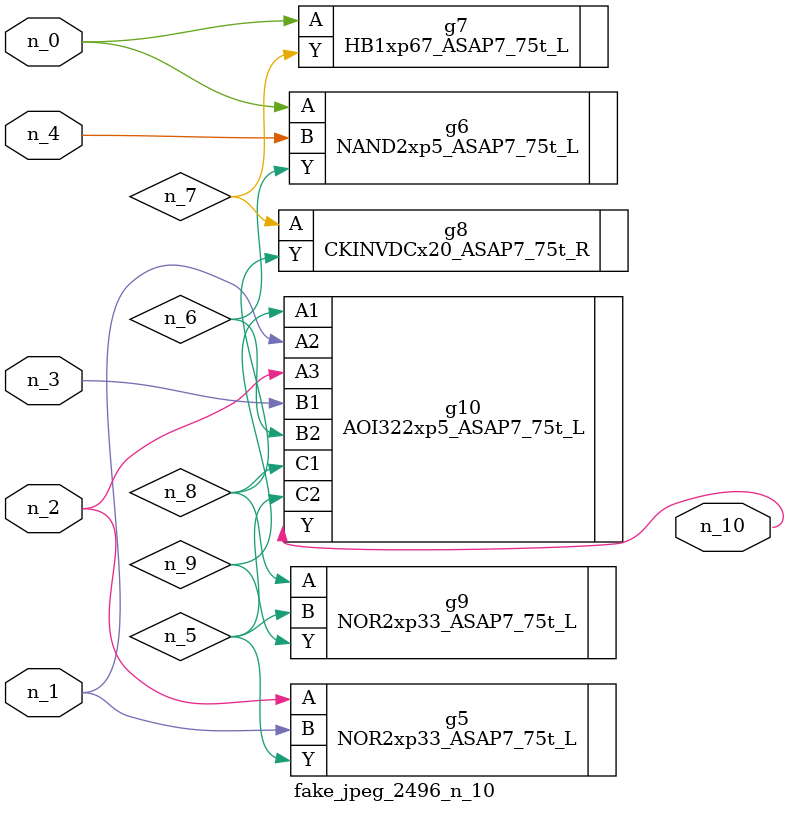
<source format=v>
module fake_jpeg_2496_n_10 (n_3, n_2, n_1, n_0, n_4, n_10);

input n_3;
input n_2;
input n_1;
input n_0;
input n_4;

output n_10;

wire n_8;
wire n_9;
wire n_6;
wire n_5;
wire n_7;

NOR2xp33_ASAP7_75t_L g5 ( 
.A(n_2),
.B(n_1),
.Y(n_5)
);

NAND2xp5_ASAP7_75t_L g6 ( 
.A(n_0),
.B(n_4),
.Y(n_6)
);

HB1xp67_ASAP7_75t_L g7 ( 
.A(n_0),
.Y(n_7)
);

CKINVDCx20_ASAP7_75t_R g8 ( 
.A(n_7),
.Y(n_8)
);

NOR2xp33_ASAP7_75t_L g9 ( 
.A(n_8),
.B(n_5),
.Y(n_9)
);

AOI322xp5_ASAP7_75t_L g10 ( 
.A1(n_9),
.A2(n_1),
.A3(n_2),
.B1(n_3),
.B2(n_6),
.C1(n_8),
.C2(n_5),
.Y(n_10)
);


endmodule
</source>
